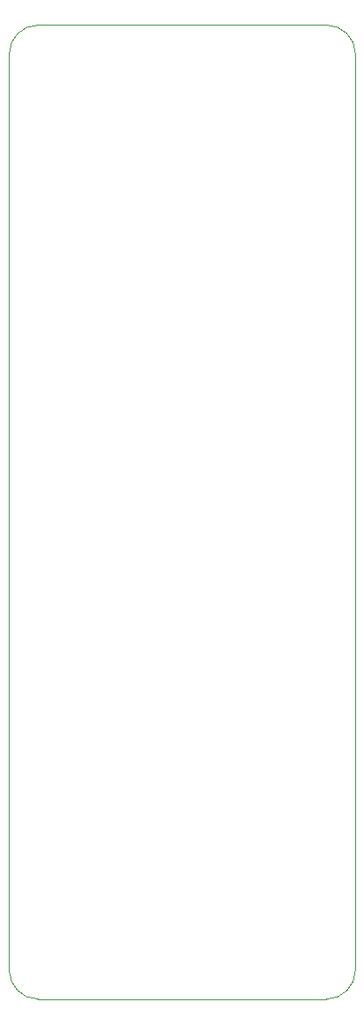
<source format=gbr>
%TF.GenerationSoftware,KiCad,Pcbnew,7.0.6*%
%TF.CreationDate,2024-05-08T12:01:16-04:00*%
%TF.ProjectId,ActiveImpactor_Power,41637469-7665-4496-9d70-6163746f725f,rev?*%
%TF.SameCoordinates,Original*%
%TF.FileFunction,Profile,NP*%
%FSLAX46Y46*%
G04 Gerber Fmt 4.6, Leading zero omitted, Abs format (unit mm)*
G04 Created by KiCad (PCBNEW 7.0.6) date 2024-05-08 12:01:16*
%MOMM*%
%LPD*%
G01*
G04 APERTURE LIST*
%TA.AperFunction,Profile*%
%ADD10C,0.100000*%
%TD*%
G04 APERTURE END LIST*
D10*
X13890500Y-46831500D02*
G75*
G03*
X16669000Y-44053000I0J2778500D01*
G01*
X-16669000Y44053000D02*
X-16669000Y-44053000D01*
X16669000Y44053000D02*
G75*
G03*
X13890500Y46831500I-2778500J0D01*
G01*
X-13890500Y-46831500D02*
X13890500Y-46831500D01*
X-13890500Y46831500D02*
X13890500Y46831500D01*
X16669000Y44053000D02*
X16669000Y-44053000D01*
X-16669000Y-44053000D02*
G75*
G03*
X-13890500Y-46831500I2778501J1D01*
G01*
X-13890500Y46831500D02*
G75*
G03*
X-16669000Y44053000I1J-2778501D01*
G01*
M02*

</source>
